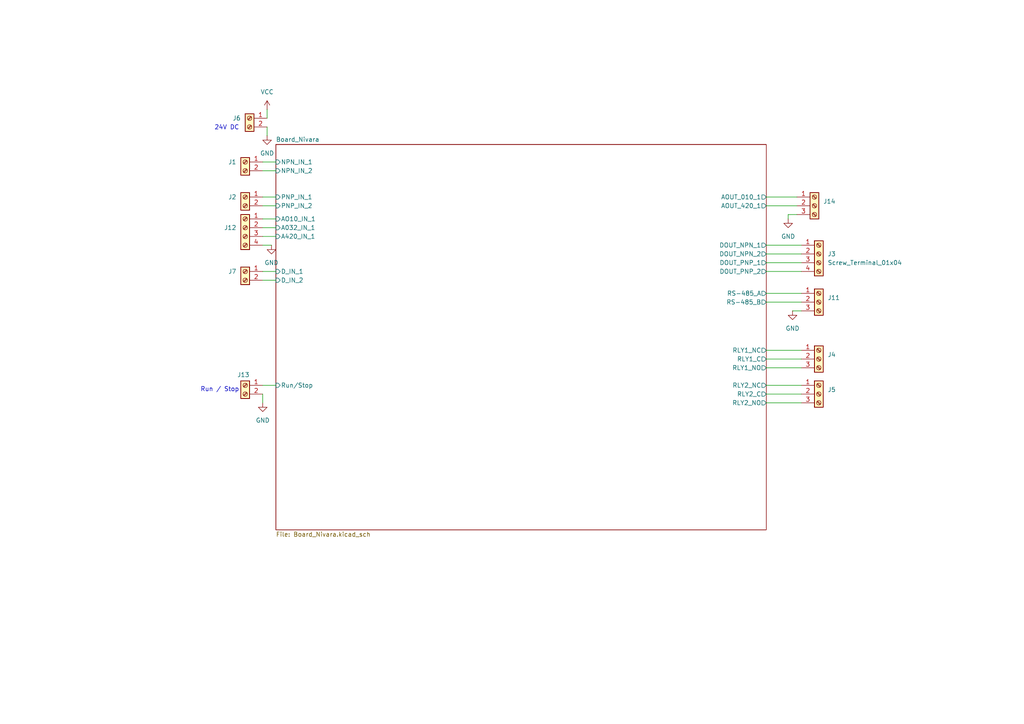
<source format=kicad_sch>
(kicad_sch
	(version 20250114)
	(generator "eeschema")
	(generator_version "9.0")
	(uuid "7b1c392c-2914-4bb0-920d-64302523a5b6")
	(paper "A4")
	(lib_symbols
		(symbol "Connector:Screw_Terminal_01x02"
			(pin_names
				(offset 1.016)
				(hide yes)
			)
			(exclude_from_sim no)
			(in_bom yes)
			(on_board yes)
			(property "Reference" "J"
				(at 0 2.54 0)
				(effects
					(font
						(size 1.27 1.27)
					)
				)
			)
			(property "Value" "Screw_Terminal_01x02"
				(at 0 -5.08 0)
				(effects
					(font
						(size 1.27 1.27)
					)
				)
			)
			(property "Footprint" ""
				(at 0 0 0)
				(effects
					(font
						(size 1.27 1.27)
					)
					(hide yes)
				)
			)
			(property "Datasheet" "~"
				(at 0 0 0)
				(effects
					(font
						(size 1.27 1.27)
					)
					(hide yes)
				)
			)
			(property "Description" "Generic screw terminal, single row, 01x02, script generated (kicad-library-utils/schlib/autogen/connector/)"
				(at 0 0 0)
				(effects
					(font
						(size 1.27 1.27)
					)
					(hide yes)
				)
			)
			(property "ki_keywords" "screw terminal"
				(at 0 0 0)
				(effects
					(font
						(size 1.27 1.27)
					)
					(hide yes)
				)
			)
			(property "ki_fp_filters" "TerminalBlock*:*"
				(at 0 0 0)
				(effects
					(font
						(size 1.27 1.27)
					)
					(hide yes)
				)
			)
			(symbol "Screw_Terminal_01x02_1_1"
				(rectangle
					(start -1.27 1.27)
					(end 1.27 -3.81)
					(stroke
						(width 0.254)
						(type default)
					)
					(fill
						(type background)
					)
				)
				(polyline
					(pts
						(xy -0.5334 0.3302) (xy 0.3302 -0.508)
					)
					(stroke
						(width 0.1524)
						(type default)
					)
					(fill
						(type none)
					)
				)
				(polyline
					(pts
						(xy -0.5334 -2.2098) (xy 0.3302 -3.048)
					)
					(stroke
						(width 0.1524)
						(type default)
					)
					(fill
						(type none)
					)
				)
				(polyline
					(pts
						(xy -0.3556 0.508) (xy 0.508 -0.3302)
					)
					(stroke
						(width 0.1524)
						(type default)
					)
					(fill
						(type none)
					)
				)
				(polyline
					(pts
						(xy -0.3556 -2.032) (xy 0.508 -2.8702)
					)
					(stroke
						(width 0.1524)
						(type default)
					)
					(fill
						(type none)
					)
				)
				(circle
					(center 0 0)
					(radius 0.635)
					(stroke
						(width 0.1524)
						(type default)
					)
					(fill
						(type none)
					)
				)
				(circle
					(center 0 -2.54)
					(radius 0.635)
					(stroke
						(width 0.1524)
						(type default)
					)
					(fill
						(type none)
					)
				)
				(pin passive line
					(at -5.08 0 0)
					(length 3.81)
					(name "Pin_1"
						(effects
							(font
								(size 1.27 1.27)
							)
						)
					)
					(number "1"
						(effects
							(font
								(size 1.27 1.27)
							)
						)
					)
				)
				(pin passive line
					(at -5.08 -2.54 0)
					(length 3.81)
					(name "Pin_2"
						(effects
							(font
								(size 1.27 1.27)
							)
						)
					)
					(number "2"
						(effects
							(font
								(size 1.27 1.27)
							)
						)
					)
				)
			)
			(embedded_fonts no)
		)
		(symbol "Connector:Screw_Terminal_01x03"
			(pin_names
				(offset 1.016)
				(hide yes)
			)
			(exclude_from_sim no)
			(in_bom yes)
			(on_board yes)
			(property "Reference" "J"
				(at 0 5.08 0)
				(effects
					(font
						(size 1.27 1.27)
					)
				)
			)
			(property "Value" "Screw_Terminal_01x03"
				(at 0 -5.08 0)
				(effects
					(font
						(size 1.27 1.27)
					)
				)
			)
			(property "Footprint" ""
				(at 0 0 0)
				(effects
					(font
						(size 1.27 1.27)
					)
					(hide yes)
				)
			)
			(property "Datasheet" "~"
				(at 0 0 0)
				(effects
					(font
						(size 1.27 1.27)
					)
					(hide yes)
				)
			)
			(property "Description" "Generic screw terminal, single row, 01x03, script generated (kicad-library-utils/schlib/autogen/connector/)"
				(at 0 0 0)
				(effects
					(font
						(size 1.27 1.27)
					)
					(hide yes)
				)
			)
			(property "ki_keywords" "screw terminal"
				(at 0 0 0)
				(effects
					(font
						(size 1.27 1.27)
					)
					(hide yes)
				)
			)
			(property "ki_fp_filters" "TerminalBlock*:*"
				(at 0 0 0)
				(effects
					(font
						(size 1.27 1.27)
					)
					(hide yes)
				)
			)
			(symbol "Screw_Terminal_01x03_1_1"
				(rectangle
					(start -1.27 3.81)
					(end 1.27 -3.81)
					(stroke
						(width 0.254)
						(type default)
					)
					(fill
						(type background)
					)
				)
				(polyline
					(pts
						(xy -0.5334 2.8702) (xy 0.3302 2.032)
					)
					(stroke
						(width 0.1524)
						(type default)
					)
					(fill
						(type none)
					)
				)
				(polyline
					(pts
						(xy -0.5334 0.3302) (xy 0.3302 -0.508)
					)
					(stroke
						(width 0.1524)
						(type default)
					)
					(fill
						(type none)
					)
				)
				(polyline
					(pts
						(xy -0.5334 -2.2098) (xy 0.3302 -3.048)
					)
					(stroke
						(width 0.1524)
						(type default)
					)
					(fill
						(type none)
					)
				)
				(polyline
					(pts
						(xy -0.3556 3.048) (xy 0.508 2.2098)
					)
					(stroke
						(width 0.1524)
						(type default)
					)
					(fill
						(type none)
					)
				)
				(polyline
					(pts
						(xy -0.3556 0.508) (xy 0.508 -0.3302)
					)
					(stroke
						(width 0.1524)
						(type default)
					)
					(fill
						(type none)
					)
				)
				(polyline
					(pts
						(xy -0.3556 -2.032) (xy 0.508 -2.8702)
					)
					(stroke
						(width 0.1524)
						(type default)
					)
					(fill
						(type none)
					)
				)
				(circle
					(center 0 2.54)
					(radius 0.635)
					(stroke
						(width 0.1524)
						(type default)
					)
					(fill
						(type none)
					)
				)
				(circle
					(center 0 0)
					(radius 0.635)
					(stroke
						(width 0.1524)
						(type default)
					)
					(fill
						(type none)
					)
				)
				(circle
					(center 0 -2.54)
					(radius 0.635)
					(stroke
						(width 0.1524)
						(type default)
					)
					(fill
						(type none)
					)
				)
				(pin passive line
					(at -5.08 2.54 0)
					(length 3.81)
					(name "Pin_1"
						(effects
							(font
								(size 1.27 1.27)
							)
						)
					)
					(number "1"
						(effects
							(font
								(size 1.27 1.27)
							)
						)
					)
				)
				(pin passive line
					(at -5.08 0 0)
					(length 3.81)
					(name "Pin_2"
						(effects
							(font
								(size 1.27 1.27)
							)
						)
					)
					(number "2"
						(effects
							(font
								(size 1.27 1.27)
							)
						)
					)
				)
				(pin passive line
					(at -5.08 -2.54 0)
					(length 3.81)
					(name "Pin_3"
						(effects
							(font
								(size 1.27 1.27)
							)
						)
					)
					(number "3"
						(effects
							(font
								(size 1.27 1.27)
							)
						)
					)
				)
			)
			(embedded_fonts no)
		)
		(symbol "Connector:Screw_Terminal_01x04"
			(pin_names
				(offset 1.016)
				(hide yes)
			)
			(exclude_from_sim no)
			(in_bom yes)
			(on_board yes)
			(property "Reference" "J"
				(at 0 5.08 0)
				(effects
					(font
						(size 1.27 1.27)
					)
				)
			)
			(property "Value" "Screw_Terminal_01x04"
				(at 0 -7.62 0)
				(effects
					(font
						(size 1.27 1.27)
					)
				)
			)
			(property "Footprint" ""
				(at 0 0 0)
				(effects
					(font
						(size 1.27 1.27)
					)
					(hide yes)
				)
			)
			(property "Datasheet" "~"
				(at 0 0 0)
				(effects
					(font
						(size 1.27 1.27)
					)
					(hide yes)
				)
			)
			(property "Description" "Generic screw terminal, single row, 01x04, script generated (kicad-library-utils/schlib/autogen/connector/)"
				(at 0 0 0)
				(effects
					(font
						(size 1.27 1.27)
					)
					(hide yes)
				)
			)
			(property "ki_keywords" "screw terminal"
				(at 0 0 0)
				(effects
					(font
						(size 1.27 1.27)
					)
					(hide yes)
				)
			)
			(property "ki_fp_filters" "TerminalBlock*:*"
				(at 0 0 0)
				(effects
					(font
						(size 1.27 1.27)
					)
					(hide yes)
				)
			)
			(symbol "Screw_Terminal_01x04_1_1"
				(rectangle
					(start -1.27 3.81)
					(end 1.27 -6.35)
					(stroke
						(width 0.254)
						(type default)
					)
					(fill
						(type background)
					)
				)
				(polyline
					(pts
						(xy -0.5334 2.8702) (xy 0.3302 2.032)
					)
					(stroke
						(width 0.1524)
						(type default)
					)
					(fill
						(type none)
					)
				)
				(polyline
					(pts
						(xy -0.5334 0.3302) (xy 0.3302 -0.508)
					)
					(stroke
						(width 0.1524)
						(type default)
					)
					(fill
						(type none)
					)
				)
				(polyline
					(pts
						(xy -0.5334 -2.2098) (xy 0.3302 -3.048)
					)
					(stroke
						(width 0.1524)
						(type default)
					)
					(fill
						(type none)
					)
				)
				(polyline
					(pts
						(xy -0.5334 -4.7498) (xy 0.3302 -5.588)
					)
					(stroke
						(width 0.1524)
						(type default)
					)
					(fill
						(type none)
					)
				)
				(polyline
					(pts
						(xy -0.3556 3.048) (xy 0.508 2.2098)
					)
					(stroke
						(width 0.1524)
						(type default)
					)
					(fill
						(type none)
					)
				)
				(polyline
					(pts
						(xy -0.3556 0.508) (xy 0.508 -0.3302)
					)
					(stroke
						(width 0.1524)
						(type default)
					)
					(fill
						(type none)
					)
				)
				(polyline
					(pts
						(xy -0.3556 -2.032) (xy 0.508 -2.8702)
					)
					(stroke
						(width 0.1524)
						(type default)
					)
					(fill
						(type none)
					)
				)
				(polyline
					(pts
						(xy -0.3556 -4.572) (xy 0.508 -5.4102)
					)
					(stroke
						(width 0.1524)
						(type default)
					)
					(fill
						(type none)
					)
				)
				(circle
					(center 0 2.54)
					(radius 0.635)
					(stroke
						(width 0.1524)
						(type default)
					)
					(fill
						(type none)
					)
				)
				(circle
					(center 0 0)
					(radius 0.635)
					(stroke
						(width 0.1524)
						(type default)
					)
					(fill
						(type none)
					)
				)
				(circle
					(center 0 -2.54)
					(radius 0.635)
					(stroke
						(width 0.1524)
						(type default)
					)
					(fill
						(type none)
					)
				)
				(circle
					(center 0 -5.08)
					(radius 0.635)
					(stroke
						(width 0.1524)
						(type default)
					)
					(fill
						(type none)
					)
				)
				(pin passive line
					(at -5.08 2.54 0)
					(length 3.81)
					(name "Pin_1"
						(effects
							(font
								(size 1.27 1.27)
							)
						)
					)
					(number "1"
						(effects
							(font
								(size 1.27 1.27)
							)
						)
					)
				)
				(pin passive line
					(at -5.08 0 0)
					(length 3.81)
					(name "Pin_2"
						(effects
							(font
								(size 1.27 1.27)
							)
						)
					)
					(number "2"
						(effects
							(font
								(size 1.27 1.27)
							)
						)
					)
				)
				(pin passive line
					(at -5.08 -2.54 0)
					(length 3.81)
					(name "Pin_3"
						(effects
							(font
								(size 1.27 1.27)
							)
						)
					)
					(number "3"
						(effects
							(font
								(size 1.27 1.27)
							)
						)
					)
				)
				(pin passive line
					(at -5.08 -5.08 0)
					(length 3.81)
					(name "Pin_4"
						(effects
							(font
								(size 1.27 1.27)
							)
						)
					)
					(number "4"
						(effects
							(font
								(size 1.27 1.27)
							)
						)
					)
				)
			)
			(embedded_fonts no)
		)
		(symbol "Screw_Terminal_01x03_2"
			(pin_names
				(offset 1.016)
				(hide yes)
			)
			(exclude_from_sim no)
			(in_bom yes)
			(on_board yes)
			(property "Reference" "J"
				(at 0 5.08 0)
				(effects
					(font
						(size 1.27 1.27)
					)
				)
			)
			(property "Value" "Screw_Terminal_01x03"
				(at 0 -5.08 0)
				(effects
					(font
						(size 1.27 1.27)
					)
				)
			)
			(property "Footprint" ""
				(at 0 0 0)
				(effects
					(font
						(size 1.27 1.27)
					)
					(hide yes)
				)
			)
			(property "Datasheet" "~"
				(at 0 0 0)
				(effects
					(font
						(size 1.27 1.27)
					)
					(hide yes)
				)
			)
			(property "Description" "Generic screw terminal, single row, 01x03, script generated (kicad-library-utils/schlib/autogen/connector/)"
				(at 0 0 0)
				(effects
					(font
						(size 1.27 1.27)
					)
					(hide yes)
				)
			)
			(property "ki_keywords" "screw terminal"
				(at 0 0 0)
				(effects
					(font
						(size 1.27 1.27)
					)
					(hide yes)
				)
			)
			(property "ki_fp_filters" "TerminalBlock*:*"
				(at 0 0 0)
				(effects
					(font
						(size 1.27 1.27)
					)
					(hide yes)
				)
			)
			(symbol "Screw_Terminal_01x03_2_1_1"
				(rectangle
					(start -1.27 3.81)
					(end 1.27 -3.81)
					(stroke
						(width 0.254)
						(type default)
					)
					(fill
						(type background)
					)
				)
				(polyline
					(pts
						(xy -0.5334 2.8702) (xy 0.3302 2.032)
					)
					(stroke
						(width 0.1524)
						(type default)
					)
					(fill
						(type none)
					)
				)
				(polyline
					(pts
						(xy -0.5334 0.3302) (xy 0.3302 -0.508)
					)
					(stroke
						(width 0.1524)
						(type default)
					)
					(fill
						(type none)
					)
				)
				(polyline
					(pts
						(xy -0.5334 -2.2098) (xy 0.3302 -3.048)
					)
					(stroke
						(width 0.1524)
						(type default)
					)
					(fill
						(type none)
					)
				)
				(polyline
					(pts
						(xy -0.3556 3.048) (xy 0.508 2.2098)
					)
					(stroke
						(width 0.1524)
						(type default)
					)
					(fill
						(type none)
					)
				)
				(polyline
					(pts
						(xy -0.3556 0.508) (xy 0.508 -0.3302)
					)
					(stroke
						(width 0.1524)
						(type default)
					)
					(fill
						(type none)
					)
				)
				(polyline
					(pts
						(xy -0.3556 -2.032) (xy 0.508 -2.8702)
					)
					(stroke
						(width 0.1524)
						(type default)
					)
					(fill
						(type none)
					)
				)
				(circle
					(center 0 2.54)
					(radius 0.635)
					(stroke
						(width 0.1524)
						(type default)
					)
					(fill
						(type none)
					)
				)
				(circle
					(center 0 0)
					(radius 0.635)
					(stroke
						(width 0.1524)
						(type default)
					)
					(fill
						(type none)
					)
				)
				(circle
					(center 0 -2.54)
					(radius 0.635)
					(stroke
						(width 0.1524)
						(type default)
					)
					(fill
						(type none)
					)
				)
				(pin passive line
					(at -5.08 2.54 0)
					(length 3.81)
					(name "Pin_1"
						(effects
							(font
								(size 1.27 1.27)
							)
						)
					)
					(number "1"
						(effects
							(font
								(size 1.27 1.27)
							)
						)
					)
				)
				(pin passive line
					(at -5.08 0 0)
					(length 3.81)
					(name "Pin_2"
						(effects
							(font
								(size 1.27 1.27)
							)
						)
					)
					(number "2"
						(effects
							(font
								(size 1.27 1.27)
							)
						)
					)
				)
				(pin passive line
					(at -5.08 -2.54 0)
					(length 3.81)
					(name "Pin_3"
						(effects
							(font
								(size 1.27 1.27)
							)
						)
					)
					(number "3"
						(effects
							(font
								(size 1.27 1.27)
							)
						)
					)
				)
			)
			(embedded_fonts no)
		)
		(symbol "power:GND"
			(power)
			(pin_numbers
				(hide yes)
			)
			(pin_names
				(offset 0)
				(hide yes)
			)
			(exclude_from_sim no)
			(in_bom yes)
			(on_board yes)
			(property "Reference" "#PWR"
				(at 0 -6.35 0)
				(effects
					(font
						(size 1.27 1.27)
					)
					(hide yes)
				)
			)
			(property "Value" "GND"
				(at 0 -3.81 0)
				(effects
					(font
						(size 1.27 1.27)
					)
				)
			)
			(property "Footprint" ""
				(at 0 0 0)
				(effects
					(font
						(size 1.27 1.27)
					)
					(hide yes)
				)
			)
			(property "Datasheet" ""
				(at 0 0 0)
				(effects
					(font
						(size 1.27 1.27)
					)
					(hide yes)
				)
			)
			(property "Description" "Power symbol creates a global label with name \"GND\" , ground"
				(at 0 0 0)
				(effects
					(font
						(size 1.27 1.27)
					)
					(hide yes)
				)
			)
			(property "ki_keywords" "global power"
				(at 0 0 0)
				(effects
					(font
						(size 1.27 1.27)
					)
					(hide yes)
				)
			)
			(symbol "GND_0_1"
				(polyline
					(pts
						(xy 0 0) (xy 0 -1.27) (xy 1.27 -1.27) (xy 0 -2.54) (xy -1.27 -1.27) (xy 0 -1.27)
					)
					(stroke
						(width 0)
						(type default)
					)
					(fill
						(type none)
					)
				)
			)
			(symbol "GND_1_1"
				(pin power_in line
					(at 0 0 270)
					(length 0)
					(name "~"
						(effects
							(font
								(size 1.27 1.27)
							)
						)
					)
					(number "1"
						(effects
							(font
								(size 1.27 1.27)
							)
						)
					)
				)
			)
			(embedded_fonts no)
		)
		(symbol "power:VCC"
			(power)
			(pin_numbers
				(hide yes)
			)
			(pin_names
				(offset 0)
				(hide yes)
			)
			(exclude_from_sim no)
			(in_bom yes)
			(on_board yes)
			(property "Reference" "#PWR"
				(at 0 -3.81 0)
				(effects
					(font
						(size 1.27 1.27)
					)
					(hide yes)
				)
			)
			(property "Value" "VCC"
				(at 0 3.556 0)
				(effects
					(font
						(size 1.27 1.27)
					)
				)
			)
			(property "Footprint" ""
				(at 0 0 0)
				(effects
					(font
						(size 1.27 1.27)
					)
					(hide yes)
				)
			)
			(property "Datasheet" ""
				(at 0 0 0)
				(effects
					(font
						(size 1.27 1.27)
					)
					(hide yes)
				)
			)
			(property "Description" "Power symbol creates a global label with name \"VCC\""
				(at 0 0 0)
				(effects
					(font
						(size 1.27 1.27)
					)
					(hide yes)
				)
			)
			(property "ki_keywords" "global power"
				(at 0 0 0)
				(effects
					(font
						(size 1.27 1.27)
					)
					(hide yes)
				)
			)
			(symbol "VCC_0_1"
				(polyline
					(pts
						(xy -0.762 1.27) (xy 0 2.54)
					)
					(stroke
						(width 0)
						(type default)
					)
					(fill
						(type none)
					)
				)
				(polyline
					(pts
						(xy 0 2.54) (xy 0.762 1.27)
					)
					(stroke
						(width 0)
						(type default)
					)
					(fill
						(type none)
					)
				)
				(polyline
					(pts
						(xy 0 0) (xy 0 2.54)
					)
					(stroke
						(width 0)
						(type default)
					)
					(fill
						(type none)
					)
				)
			)
			(symbol "VCC_1_1"
				(pin power_in line
					(at 0 0 90)
					(length 0)
					(name "~"
						(effects
							(font
								(size 1.27 1.27)
							)
						)
					)
					(number "1"
						(effects
							(font
								(size 1.27 1.27)
							)
						)
					)
				)
			)
			(embedded_fonts no)
		)
	)
	(text "Run / Stop"
		(exclude_from_sim no)
		(at 63.754 113.03 0)
		(effects
			(font
				(size 1.27 1.27)
			)
		)
		(uuid "02b7031f-3ca0-416a-836a-2b6b925d7537")
	)
	(text "24V DC"
		(exclude_from_sim no)
		(at 65.786 37.084 0)
		(effects
			(font
				(size 1.27 1.27)
			)
		)
		(uuid "4244900b-5a1b-4bb9-b380-dd440268c7a8")
	)
	(wire
		(pts
			(xy 76.2 111.76) (xy 80.01 111.76)
		)
		(stroke
			(width 0)
			(type default)
		)
		(uuid "016d6b00-701c-4a21-919b-a0ac278e7c01")
	)
	(wire
		(pts
			(xy 222.25 85.09) (xy 232.41 85.09)
		)
		(stroke
			(width 0)
			(type default)
		)
		(uuid "036e15fe-6b01-4926-9201-bcb103658278")
	)
	(wire
		(pts
			(xy 222.25 104.14) (xy 232.41 104.14)
		)
		(stroke
			(width 0)
			(type default)
		)
		(uuid "072b210a-f2ff-4a02-891f-7d3a3253fa6b")
	)
	(wire
		(pts
			(xy 76.2 68.58) (xy 80.01 68.58)
		)
		(stroke
			(width 0)
			(type default)
		)
		(uuid "0c2cd54d-4242-40e9-bcec-bf8fa8f5c1b2")
	)
	(wire
		(pts
			(xy 76.2 49.53) (xy 80.01 49.53)
		)
		(stroke
			(width 0)
			(type default)
		)
		(uuid "1dc41ee5-6c4d-4741-80d1-9428c108309d")
	)
	(wire
		(pts
			(xy 76.2 81.28) (xy 80.01 81.28)
		)
		(stroke
			(width 0)
			(type default)
		)
		(uuid "1dde6061-c74f-4022-81f4-7558e7d149cb")
	)
	(wire
		(pts
			(xy 222.25 111.76) (xy 232.41 111.76)
		)
		(stroke
			(width 0)
			(type default)
		)
		(uuid "2a105862-7169-402c-a6d0-ef5eb9b33ce5")
	)
	(wire
		(pts
			(xy 76.2 71.12) (xy 78.74 71.12)
		)
		(stroke
			(width 0)
			(type default)
		)
		(uuid "2c6d9a1d-82d5-4812-9481-49062af821bc")
	)
	(wire
		(pts
			(xy 222.25 71.12) (xy 232.41 71.12)
		)
		(stroke
			(width 0)
			(type default)
		)
		(uuid "344e69ee-e8ca-4021-8b22-3324c61025c2")
	)
	(wire
		(pts
			(xy 76.2 66.04) (xy 80.01 66.04)
		)
		(stroke
			(width 0)
			(type default)
		)
		(uuid "3e9eb6b9-4c9c-4d52-bdb4-51c78f1999ff")
	)
	(wire
		(pts
			(xy 222.25 78.74) (xy 232.41 78.74)
		)
		(stroke
			(width 0)
			(type default)
		)
		(uuid "3f117277-62fd-45f2-a273-ed124cf67225")
	)
	(wire
		(pts
			(xy 76.2 114.3) (xy 76.2 116.84)
		)
		(stroke
			(width 0)
			(type default)
		)
		(uuid "4106b4c4-f037-4b59-bf90-12f908099d8a")
	)
	(wire
		(pts
			(xy 229.87 90.17) (xy 232.41 90.17)
		)
		(stroke
			(width 0)
			(type default)
		)
		(uuid "557a3721-2f22-4e68-ac4e-183ff6cf957b")
	)
	(wire
		(pts
			(xy 222.25 114.3) (xy 232.41 114.3)
		)
		(stroke
			(width 0)
			(type default)
		)
		(uuid "5f530c53-997b-40c9-8b97-fc737ec8c884")
	)
	(wire
		(pts
			(xy 76.2 59.69) (xy 80.01 59.69)
		)
		(stroke
			(width 0)
			(type default)
		)
		(uuid "67c49f70-f4a5-452c-9ee6-4e092059e112")
	)
	(wire
		(pts
			(xy 77.47 31.75) (xy 77.47 34.29)
		)
		(stroke
			(width 0)
			(type default)
		)
		(uuid "6f096c6f-a357-43a1-88d8-b36c832165f9")
	)
	(wire
		(pts
			(xy 222.25 87.63) (xy 232.41 87.63)
		)
		(stroke
			(width 0)
			(type default)
		)
		(uuid "754447c0-231f-460c-b1fc-cc877bfd6470")
	)
	(wire
		(pts
			(xy 222.25 73.66) (xy 232.41 73.66)
		)
		(stroke
			(width 0)
			(type default)
		)
		(uuid "8bfcd6f7-777e-4720-84ca-7c28c0aec4a4")
	)
	(wire
		(pts
			(xy 222.25 76.2) (xy 232.41 76.2)
		)
		(stroke
			(width 0)
			(type default)
		)
		(uuid "9cef1518-e796-467d-8198-6a42eec379b0")
	)
	(wire
		(pts
			(xy 231.14 62.23) (xy 228.6 62.23)
		)
		(stroke
			(width 0)
			(type default)
		)
		(uuid "a0ca78cd-3cf2-4f86-b15b-a59e5a3e915c")
	)
	(wire
		(pts
			(xy 228.6 62.23) (xy 228.6 63.5)
		)
		(stroke
			(width 0)
			(type default)
		)
		(uuid "a7b57571-e49a-4edf-a570-6c485ef77423")
	)
	(wire
		(pts
			(xy 222.25 59.69) (xy 231.14 59.69)
		)
		(stroke
			(width 0)
			(type default)
		)
		(uuid "b0f73f9f-f6ef-462f-a521-b09ba0e13950")
	)
	(wire
		(pts
			(xy 76.2 57.15) (xy 80.01 57.15)
		)
		(stroke
			(width 0)
			(type default)
		)
		(uuid "b14ddfef-458c-4efb-bff9-984a15050eba")
	)
	(wire
		(pts
			(xy 76.2 46.99) (xy 80.01 46.99)
		)
		(stroke
			(width 0)
			(type default)
		)
		(uuid "b7c807fc-5688-44de-866c-d3c3b4d3e4e6")
	)
	(wire
		(pts
			(xy 77.47 36.83) (xy 77.47 39.37)
		)
		(stroke
			(width 0)
			(type default)
		)
		(uuid "bc464afa-1b28-47eb-92ec-6712c80d8760")
	)
	(wire
		(pts
			(xy 222.25 116.84) (xy 232.41 116.84)
		)
		(stroke
			(width 0)
			(type default)
		)
		(uuid "c236469c-450e-4b7d-a65b-a434338d58cd")
	)
	(wire
		(pts
			(xy 76.2 63.5) (xy 80.01 63.5)
		)
		(stroke
			(width 0)
			(type default)
		)
		(uuid "c9be947c-8827-4269-aa54-bfb7be18d324")
	)
	(wire
		(pts
			(xy 76.2 78.74) (xy 80.01 78.74)
		)
		(stroke
			(width 0)
			(type default)
		)
		(uuid "cdabcd5a-d0f2-4bf6-bb62-e6d43b82d2ea")
	)
	(wire
		(pts
			(xy 222.25 101.6) (xy 232.41 101.6)
		)
		(stroke
			(width 0)
			(type default)
		)
		(uuid "cfdb4905-ca3b-4679-9568-641413d014ee")
	)
	(wire
		(pts
			(xy 222.25 106.68) (xy 232.41 106.68)
		)
		(stroke
			(width 0)
			(type default)
		)
		(uuid "de7b2af2-e2a7-4191-aeeb-1c77c2ee869f")
	)
	(wire
		(pts
			(xy 222.25 57.15) (xy 231.14 57.15)
		)
		(stroke
			(width 0)
			(type default)
		)
		(uuid "e9d883e2-556d-44f8-b5b0-4f22a213a48e")
	)
	(symbol
		(lib_id "power:VCC")
		(at 77.47 31.75 0)
		(unit 1)
		(exclude_from_sim no)
		(in_bom yes)
		(on_board yes)
		(dnp no)
		(fields_autoplaced yes)
		(uuid "24ca1171-9323-499f-b7fe-8b9e738bb2a3")
		(property "Reference" "#PWR07"
			(at 77.47 35.56 0)
			(effects
				(font
					(size 1.27 1.27)
				)
				(hide yes)
			)
		)
		(property "Value" "VCC"
			(at 77.47 26.67 0)
			(effects
				(font
					(size 1.27 1.27)
				)
			)
		)
		(property "Footprint" ""
			(at 77.47 31.75 0)
			(effects
				(font
					(size 1.27 1.27)
				)
				(hide yes)
			)
		)
		(property "Datasheet" ""
			(at 77.47 31.75 0)
			(effects
				(font
					(size 1.27 1.27)
				)
				(hide yes)
			)
		)
		(property "Description" "Power symbol creates a global label with name \"VCC\""
			(at 77.47 31.75 0)
			(effects
				(font
					(size 1.27 1.27)
				)
				(hide yes)
			)
		)
		(pin "1"
			(uuid "5a765d28-04ef-4556-857f-9950f3f7dd2e")
		)
		(instances
			(project ""
				(path "/7b1c392c-2914-4bb0-920d-64302523a5b6"
					(reference "#PWR07")
					(unit 1)
				)
			)
		)
	)
	(symbol
		(lib_id "power:GND")
		(at 76.2 116.84 0)
		(unit 1)
		(exclude_from_sim no)
		(in_bom yes)
		(on_board yes)
		(dnp no)
		(fields_autoplaced yes)
		(uuid "2a850121-a8c4-4fc1-8697-adaf361200ab")
		(property "Reference" "#PWR04"
			(at 76.2 123.19 0)
			(effects
				(font
					(size 1.27 1.27)
				)
				(hide yes)
			)
		)
		(property "Value" "GND"
			(at 76.2 121.92 0)
			(effects
				(font
					(size 1.27 1.27)
				)
			)
		)
		(property "Footprint" ""
			(at 76.2 116.84 0)
			(effects
				(font
					(size 1.27 1.27)
				)
				(hide yes)
			)
		)
		(property "Datasheet" ""
			(at 76.2 116.84 0)
			(effects
				(font
					(size 1.27 1.27)
				)
				(hide yes)
			)
		)
		(property "Description" "Power symbol creates a global label with name \"GND\" , ground"
			(at 76.2 116.84 0)
			(effects
				(font
					(size 1.27 1.27)
				)
				(hide yes)
			)
		)
		(pin "1"
			(uuid "56368a2f-3f36-4621-9541-9cb32d329ca4")
		)
		(instances
			(project ""
				(path "/7b1c392c-2914-4bb0-920d-64302523a5b6"
					(reference "#PWR04")
					(unit 1)
				)
			)
		)
	)
	(symbol
		(lib_id "Connector:Screw_Terminal_01x03")
		(at 236.22 59.69 0)
		(unit 1)
		(exclude_from_sim no)
		(in_bom yes)
		(on_board yes)
		(dnp no)
		(uuid "3b4b7fcc-08f9-4608-b690-59a52b66faff")
		(property "Reference" "J14"
			(at 238.76 58.4199 0)
			(effects
				(font
					(size 1.27 1.27)
				)
				(justify left)
			)
		)
		(property "Value" "Screw_Terminal_01x03"
			(at 238.76 60.9599 0)
			(effects
				(font
					(size 1.27 1.27)
				)
				(justify left)
				(hide yes)
			)
		)
		(property "Footprint" ""
			(at 236.22 59.69 0)
			(effects
				(font
					(size 1.27 1.27)
				)
				(hide yes)
			)
		)
		(property "Datasheet" "~"
			(at 236.22 59.69 0)
			(effects
				(font
					(size 1.27 1.27)
				)
				(hide yes)
			)
		)
		(property "Description" "Generic screw terminal, single row, 01x03, script generated (kicad-library-utils/schlib/autogen/connector/)"
			(at 236.22 59.69 0)
			(effects
				(font
					(size 1.27 1.27)
				)
				(hide yes)
			)
		)
		(pin "2"
			(uuid "b600c422-5f77-4879-afbf-49075888f12b")
		)
		(pin "3"
			(uuid "b50a0a0a-de86-4441-8b3b-537ebe15f1bd")
		)
		(pin "1"
			(uuid "b1a343cc-4e07-49d7-81eb-d8b3b931fd50")
		)
		(instances
			(project "Tarea 4"
				(path "/7b1c392c-2914-4bb0-920d-64302523a5b6"
					(reference "J14")
					(unit 1)
				)
			)
		)
	)
	(symbol
		(lib_id "Connector:Screw_Terminal_01x02")
		(at 71.12 46.99 0)
		(mirror y)
		(unit 1)
		(exclude_from_sim no)
		(in_bom yes)
		(on_board yes)
		(dnp no)
		(uuid "3d35fa3c-b3fa-43f0-9e7a-6d72fcecc6e4")
		(property "Reference" "J1"
			(at 68.58 46.9899 0)
			(effects
				(font
					(size 1.27 1.27)
				)
				(justify left)
			)
		)
		(property "Value" "Screw_Terminal_01x02"
			(at 68.58 49.5299 0)
			(effects
				(font
					(size 1.27 1.27)
				)
				(justify left)
				(hide yes)
			)
		)
		(property "Footprint" ""
			(at 71.12 46.99 0)
			(effects
				(font
					(size 1.27 1.27)
				)
				(hide yes)
			)
		)
		(property "Datasheet" "~"
			(at 71.12 46.99 0)
			(effects
				(font
					(size 1.27 1.27)
				)
				(hide yes)
			)
		)
		(property "Description" "Generic screw terminal, single row, 01x02, script generated (kicad-library-utils/schlib/autogen/connector/)"
			(at 71.12 46.99 0)
			(effects
				(font
					(size 1.27 1.27)
				)
				(hide yes)
			)
		)
		(pin "1"
			(uuid "e93da495-6713-45c3-91ce-edbd96d62c39")
		)
		(pin "2"
			(uuid "2cdcd98d-7a4f-4afc-8552-625c88681890")
		)
		(instances
			(project ""
				(path "/7b1c392c-2914-4bb0-920d-64302523a5b6"
					(reference "J1")
					(unit 1)
				)
			)
		)
	)
	(symbol
		(lib_id "power:GND")
		(at 229.87 90.17 0)
		(unit 1)
		(exclude_from_sim no)
		(in_bom yes)
		(on_board yes)
		(dnp no)
		(fields_autoplaced yes)
		(uuid "59d12819-7bcd-4f37-b274-12394aedb85f")
		(property "Reference" "#PWR02"
			(at 229.87 96.52 0)
			(effects
				(font
					(size 1.27 1.27)
				)
				(hide yes)
			)
		)
		(property "Value" "GND"
			(at 229.87 95.25 0)
			(effects
				(font
					(size 1.27 1.27)
				)
			)
		)
		(property "Footprint" ""
			(at 229.87 90.17 0)
			(effects
				(font
					(size 1.27 1.27)
				)
				(hide yes)
			)
		)
		(property "Datasheet" ""
			(at 229.87 90.17 0)
			(effects
				(font
					(size 1.27 1.27)
				)
				(hide yes)
			)
		)
		(property "Description" "Power symbol creates a global label with name \"GND\" , ground"
			(at 229.87 90.17 0)
			(effects
				(font
					(size 1.27 1.27)
				)
				(hide yes)
			)
		)
		(pin "1"
			(uuid "9844d6f0-b56d-4a90-9c42-01cf2af0238e")
		)
		(instances
			(project ""
				(path "/7b1c392c-2914-4bb0-920d-64302523a5b6"
					(reference "#PWR02")
					(unit 1)
				)
			)
		)
	)
	(symbol
		(lib_id "power:GND")
		(at 77.47 39.37 0)
		(unit 1)
		(exclude_from_sim no)
		(in_bom yes)
		(on_board yes)
		(dnp no)
		(fields_autoplaced yes)
		(uuid "642c21ae-d50e-4a91-9c2f-950c586d0479")
		(property "Reference" "#PWR06"
			(at 77.47 45.72 0)
			(effects
				(font
					(size 1.27 1.27)
				)
				(hide yes)
			)
		)
		(property "Value" "GND"
			(at 77.47 44.45 0)
			(effects
				(font
					(size 1.27 1.27)
				)
			)
		)
		(property "Footprint" ""
			(at 77.47 39.37 0)
			(effects
				(font
					(size 1.27 1.27)
				)
				(hide yes)
			)
		)
		(property "Datasheet" ""
			(at 77.47 39.37 0)
			(effects
				(font
					(size 1.27 1.27)
				)
				(hide yes)
			)
		)
		(property "Description" "Power symbol creates a global label with name \"GND\" , ground"
			(at 77.47 39.37 0)
			(effects
				(font
					(size 1.27 1.27)
				)
				(hide yes)
			)
		)
		(pin "1"
			(uuid "c384c63b-b73e-43f0-9480-c0abf386a726")
		)
		(instances
			(project ""
				(path "/7b1c392c-2914-4bb0-920d-64302523a5b6"
					(reference "#PWR06")
					(unit 1)
				)
			)
		)
	)
	(symbol
		(lib_id "Connector:Screw_Terminal_01x04")
		(at 237.49 73.66 0)
		(unit 1)
		(exclude_from_sim no)
		(in_bom yes)
		(on_board yes)
		(dnp no)
		(fields_autoplaced yes)
		(uuid "64d7e19d-aa29-412a-ab7e-8a8b27d1d8a6")
		(property "Reference" "J3"
			(at 240.03 73.6599 0)
			(effects
				(font
					(size 1.27 1.27)
				)
				(justify left)
			)
		)
		(property "Value" "Screw_Terminal_01x04"
			(at 240.03 76.1999 0)
			(effects
				(font
					(size 1.27 1.27)
				)
				(justify left)
			)
		)
		(property "Footprint" ""
			(at 237.49 73.66 0)
			(effects
				(font
					(size 1.27 1.27)
				)
				(hide yes)
			)
		)
		(property "Datasheet" "~"
			(at 237.49 73.66 0)
			(effects
				(font
					(size 1.27 1.27)
				)
				(hide yes)
			)
		)
		(property "Description" "Generic screw terminal, single row, 01x04, script generated (kicad-library-utils/schlib/autogen/connector/)"
			(at 237.49 73.66 0)
			(effects
				(font
					(size 1.27 1.27)
				)
				(hide yes)
			)
		)
		(pin "4"
			(uuid "9b9cf16f-0a5a-4bd9-b498-b105523a3cf5")
		)
		(pin "1"
			(uuid "707def12-5443-4d55-89a4-9ec1059e5289")
		)
		(pin "2"
			(uuid "1f7697fc-5523-4da0-afed-1c7f34e00797")
		)
		(pin "3"
			(uuid "def9a377-c079-48a4-b067-923ba89dab85")
		)
		(instances
			(project ""
				(path "/7b1c392c-2914-4bb0-920d-64302523a5b6"
					(reference "J3")
					(unit 1)
				)
			)
		)
	)
	(symbol
		(lib_id "Connector:Screw_Terminal_01x03")
		(at 237.49 87.63 0)
		(unit 1)
		(exclude_from_sim no)
		(in_bom yes)
		(on_board yes)
		(dnp no)
		(uuid "6e9725b4-1242-4208-a0cb-71c336bc4d1f")
		(property "Reference" "J11"
			(at 240.03 86.3599 0)
			(effects
				(font
					(size 1.27 1.27)
				)
				(justify left)
			)
		)
		(property "Value" "Screw_Terminal_01x03"
			(at 240.03 88.8999 0)
			(effects
				(font
					(size 1.27 1.27)
				)
				(justify left)
				(hide yes)
			)
		)
		(property "Footprint" ""
			(at 237.49 87.63 0)
			(effects
				(font
					(size 1.27 1.27)
				)
				(hide yes)
			)
		)
		(property "Datasheet" "~"
			(at 237.49 87.63 0)
			(effects
				(font
					(size 1.27 1.27)
				)
				(hide yes)
			)
		)
		(property "Description" "Generic screw terminal, single row, 01x03, script generated (kicad-library-utils/schlib/autogen/connector/)"
			(at 237.49 87.63 0)
			(effects
				(font
					(size 1.27 1.27)
				)
				(hide yes)
			)
		)
		(pin "2"
			(uuid "13903744-a13c-4329-9ed9-e93545f32048")
		)
		(pin "3"
			(uuid "df0cb885-2994-41c9-aa1e-c536ba470754")
		)
		(pin "1"
			(uuid "a469b345-9c74-4f66-9b3f-f5129a808590")
		)
		(instances
			(project "Tarea 4"
				(path "/7b1c392c-2914-4bb0-920d-64302523a5b6"
					(reference "J11")
					(unit 1)
				)
			)
		)
	)
	(symbol
		(lib_id "Connector:Screw_Terminal_01x04")
		(at 71.12 66.04 0)
		(mirror y)
		(unit 1)
		(exclude_from_sim no)
		(in_bom yes)
		(on_board yes)
		(dnp no)
		(uuid "7472485c-037c-40d4-8373-6f39cac0e8ad")
		(property "Reference" "J12"
			(at 68.58 66.0399 0)
			(effects
				(font
					(size 1.27 1.27)
				)
				(justify left)
			)
		)
		(property "Value" "Screw_Terminal_01x04"
			(at 68.58 68.5799 0)
			(effects
				(font
					(size 1.27 1.27)
				)
				(justify left)
				(hide yes)
			)
		)
		(property "Footprint" ""
			(at 71.12 66.04 0)
			(effects
				(font
					(size 1.27 1.27)
				)
				(hide yes)
			)
		)
		(property "Datasheet" "~"
			(at 71.12 66.04 0)
			(effects
				(font
					(size 1.27 1.27)
				)
				(hide yes)
			)
		)
		(property "Description" "Generic screw terminal, single row, 01x04, script generated (kicad-library-utils/schlib/autogen/connector/)"
			(at 71.12 66.04 0)
			(effects
				(font
					(size 1.27 1.27)
				)
				(hide yes)
			)
		)
		(pin "3"
			(uuid "6ff7c7be-085e-45c6-a360-45c59054d918")
		)
		(pin "1"
			(uuid "14b1580c-ae6e-456a-8ce3-c5a5c259c3d4")
		)
		(pin "2"
			(uuid "dbe999c5-ece7-48dc-9ad7-399b0cb6f101")
		)
		(pin "4"
			(uuid "ad0fa516-6ca9-40af-879b-276107b57a47")
		)
		(instances
			(project ""
				(path "/7b1c392c-2914-4bb0-920d-64302523a5b6"
					(reference "J12")
					(unit 1)
				)
			)
		)
	)
	(symbol
		(lib_name "Screw_Terminal_01x03_2")
		(lib_id "Connector:Screw_Terminal_01x03")
		(at 237.49 114.3 0)
		(unit 1)
		(exclude_from_sim no)
		(in_bom yes)
		(on_board yes)
		(dnp no)
		(fields_autoplaced yes)
		(uuid "760cca8e-5522-43f7-8ae3-15df28b9d324")
		(property "Reference" "J5"
			(at 240.03 113.0299 0)
			(effects
				(font
					(size 1.27 1.27)
				)
				(justify left)
			)
		)
		(property "Value" "Screw_Terminal_01x03"
			(at 240.03 115.5699 0)
			(effects
				(font
					(size 1.27 1.27)
				)
				(justify left)
				(hide yes)
			)
		)
		(property "Footprint" ""
			(at 237.49 114.3 0)
			(effects
				(font
					(size 1.27 1.27)
				)
				(hide yes)
			)
		)
		(property "Datasheet" "~"
			(at 237.49 114.3 0)
			(effects
				(font
					(size 1.27 1.27)
				)
				(hide yes)
			)
		)
		(property "Description" "Generic screw terminal, single row, 01x03, script generated (kicad-library-utils/schlib/autogen/connector/)"
			(at 237.49 114.3 0)
			(effects
				(font
					(size 1.27 1.27)
				)
				(hide yes)
			)
		)
		(pin "1"
			(uuid "ee9ae41f-017d-48a2-879e-0aba29e04a13")
		)
		(pin "2"
			(uuid "1bf26760-ad52-4f83-84aa-1caac489d7c2")
		)
		(pin "3"
			(uuid "62c0ddae-8bfe-4bfd-8e50-4b1f7aed6762")
		)
		(instances
			(project ""
				(path "/7b1c392c-2914-4bb0-920d-64302523a5b6"
					(reference "J5")
					(unit 1)
				)
			)
		)
	)
	(symbol
		(lib_id "Connector:Screw_Terminal_01x03")
		(at 237.49 104.14 0)
		(unit 1)
		(exclude_from_sim no)
		(in_bom yes)
		(on_board yes)
		(dnp no)
		(uuid "947396ab-d6ce-4b39-8c92-6c81e9737b36")
		(property "Reference" "J4"
			(at 240.03 102.8699 0)
			(effects
				(font
					(size 1.27 1.27)
				)
				(justify left)
			)
		)
		(property "Value" "Screw_Terminal_01x03"
			(at 240.03 105.4099 0)
			(effects
				(font
					(size 1.27 1.27)
				)
				(justify left)
				(hide yes)
			)
		)
		(property "Footprint" ""
			(at 237.49 104.14 0)
			(effects
				(font
					(size 1.27 1.27)
				)
				(hide yes)
			)
		)
		(property "Datasheet" "~"
			(at 237.49 104.14 0)
			(effects
				(font
					(size 1.27 1.27)
				)
				(hide yes)
			)
		)
		(property "Description" "Generic screw terminal, single row, 01x03, script generated (kicad-library-utils/schlib/autogen/connector/)"
			(at 237.49 104.14 0)
			(effects
				(font
					(size 1.27 1.27)
				)
				(hide yes)
			)
		)
		(pin "2"
			(uuid "fa688134-bfab-415a-98ec-69959fc8fada")
		)
		(pin "3"
			(uuid "c01751d8-85d6-4f16-b6cb-3fd3e94f9b1e")
		)
		(pin "1"
			(uuid "e48a172a-cedf-4bf3-a693-53f9707c2468")
		)
		(instances
			(project ""
				(path "/7b1c392c-2914-4bb0-920d-64302523a5b6"
					(reference "J4")
					(unit 1)
				)
			)
		)
	)
	(symbol
		(lib_id "power:GND")
		(at 78.74 71.12 0)
		(unit 1)
		(exclude_from_sim no)
		(in_bom yes)
		(on_board yes)
		(dnp no)
		(fields_autoplaced yes)
		(uuid "cb3b3e90-e532-400b-808d-7651b588df72")
		(property "Reference" "#PWR03"
			(at 78.74 77.47 0)
			(effects
				(font
					(size 1.27 1.27)
				)
				(hide yes)
			)
		)
		(property "Value" "GND"
			(at 78.74 76.2 0)
			(effects
				(font
					(size 1.27 1.27)
				)
			)
		)
		(property "Footprint" ""
			(at 78.74 71.12 0)
			(effects
				(font
					(size 1.27 1.27)
				)
				(hide yes)
			)
		)
		(property "Datasheet" ""
			(at 78.74 71.12 0)
			(effects
				(font
					(size 1.27 1.27)
				)
				(hide yes)
			)
		)
		(property "Description" "Power symbol creates a global label with name \"GND\" , ground"
			(at 78.74 71.12 0)
			(effects
				(font
					(size 1.27 1.27)
				)
				(hide yes)
			)
		)
		(pin "1"
			(uuid "35b9b578-7f7f-4635-a9d3-6f734b5d7665")
		)
		(instances
			(project ""
				(path "/7b1c392c-2914-4bb0-920d-64302523a5b6"
					(reference "#PWR03")
					(unit 1)
				)
			)
		)
	)
	(symbol
		(lib_id "power:GND")
		(at 228.6 63.5 0)
		(unit 1)
		(exclude_from_sim no)
		(in_bom yes)
		(on_board yes)
		(dnp no)
		(fields_autoplaced yes)
		(uuid "d73055ef-1f26-49ac-afbb-5ae6721f5847")
		(property "Reference" "#PWR05"
			(at 228.6 69.85 0)
			(effects
				(font
					(size 1.27 1.27)
				)
				(hide yes)
			)
		)
		(property "Value" "GND"
			(at 228.6 68.58 0)
			(effects
				(font
					(size 1.27 1.27)
				)
			)
		)
		(property "Footprint" ""
			(at 228.6 63.5 0)
			(effects
				(font
					(size 1.27 1.27)
				)
				(hide yes)
			)
		)
		(property "Datasheet" ""
			(at 228.6 63.5 0)
			(effects
				(font
					(size 1.27 1.27)
				)
				(hide yes)
			)
		)
		(property "Description" "Power symbol creates a global label with name \"GND\" , ground"
			(at 228.6 63.5 0)
			(effects
				(font
					(size 1.27 1.27)
				)
				(hide yes)
			)
		)
		(pin "1"
			(uuid "f3baea37-db45-48bc-8e89-33f58a6dc083")
		)
		(instances
			(project ""
				(path "/7b1c392c-2914-4bb0-920d-64302523a5b6"
					(reference "#PWR05")
					(unit 1)
				)
			)
		)
	)
	(symbol
		(lib_id "Connector:Screw_Terminal_01x02")
		(at 72.39 34.29 0)
		(mirror y)
		(unit 1)
		(exclude_from_sim no)
		(in_bom yes)
		(on_board yes)
		(dnp no)
		(uuid "e124eadb-beb9-4c81-b3a3-1a76b2721bf1")
		(property "Reference" "J6"
			(at 69.85 34.2899 0)
			(effects
				(font
					(size 1.27 1.27)
				)
				(justify left)
			)
		)
		(property "Value" "Screw_Terminal_01x02"
			(at 69.85 36.8299 0)
			(effects
				(font
					(size 1.27 1.27)
				)
				(justify left)
				(hide yes)
			)
		)
		(property "Footprint" ""
			(at 72.39 34.29 0)
			(effects
				(font
					(size 1.27 1.27)
				)
				(hide yes)
			)
		)
		(property "Datasheet" "~"
			(at 72.39 34.29 0)
			(effects
				(font
					(size 1.27 1.27)
				)
				(hide yes)
			)
		)
		(property "Description" "Generic screw terminal, single row, 01x02, script generated (kicad-library-utils/schlib/autogen/connector/)"
			(at 72.39 34.29 0)
			(effects
				(font
					(size 1.27 1.27)
				)
				(hide yes)
			)
		)
		(pin "1"
			(uuid "ce08597a-199d-4202-a678-e147f08e4b6d")
		)
		(pin "2"
			(uuid "4fc69224-d42f-4eb1-a41f-a41832a33245")
		)
		(instances
			(project "Tarea 4"
				(path "/7b1c392c-2914-4bb0-920d-64302523a5b6"
					(reference "J6")
					(unit 1)
				)
			)
		)
	)
	(symbol
		(lib_id "Connector:Screw_Terminal_01x02")
		(at 71.12 78.74 0)
		(mirror y)
		(unit 1)
		(exclude_from_sim no)
		(in_bom yes)
		(on_board yes)
		(dnp no)
		(uuid "effde3c5-0254-4cb8-98ba-119ea8b52da1")
		(property "Reference" "J7"
			(at 68.58 78.7399 0)
			(effects
				(font
					(size 1.27 1.27)
				)
				(justify left)
			)
		)
		(property "Value" "Screw_Terminal_01x02"
			(at 68.58 81.2799 0)
			(effects
				(font
					(size 1.27 1.27)
				)
				(justify left)
				(hide yes)
			)
		)
		(property "Footprint" ""
			(at 71.12 78.74 0)
			(effects
				(font
					(size 1.27 1.27)
				)
				(hide yes)
			)
		)
		(property "Datasheet" "~"
			(at 71.12 78.74 0)
			(effects
				(font
					(size 1.27 1.27)
				)
				(hide yes)
			)
		)
		(property "Description" "Generic screw terminal, single row, 01x02, script generated (kicad-library-utils/schlib/autogen/connector/)"
			(at 71.12 78.74 0)
			(effects
				(font
					(size 1.27 1.27)
				)
				(hide yes)
			)
		)
		(pin "1"
			(uuid "7c957b17-db02-4226-bffb-ee636f4e6ad3")
		)
		(pin "2"
			(uuid "c5ed8694-639f-49b5-8203-0292552bbfa7")
		)
		(instances
			(project "Tarea 4"
				(path "/7b1c392c-2914-4bb0-920d-64302523a5b6"
					(reference "J7")
					(unit 1)
				)
			)
		)
	)
	(symbol
		(lib_id "Connector:Screw_Terminal_01x02")
		(at 71.12 111.76 0)
		(mirror y)
		(unit 1)
		(exclude_from_sim no)
		(in_bom yes)
		(on_board yes)
		(dnp no)
		(uuid "f839251d-d40a-428f-8441-afd5d88a2236")
		(property "Reference" "J13"
			(at 72.39 108.712 0)
			(effects
				(font
					(size 1.27 1.27)
				)
				(justify left)
			)
		)
		(property "Value" "Screw_Terminal_01x02"
			(at 68.58 114.2999 0)
			(effects
				(font
					(size 1.27 1.27)
				)
				(justify left)
				(hide yes)
			)
		)
		(property "Footprint" ""
			(at 71.12 111.76 0)
			(effects
				(font
					(size 1.27 1.27)
				)
				(hide yes)
			)
		)
		(property "Datasheet" "~"
			(at 71.12 111.76 0)
			(effects
				(font
					(size 1.27 1.27)
				)
				(hide yes)
			)
		)
		(property "Description" "Generic screw terminal, single row, 01x02, script generated (kicad-library-utils/schlib/autogen/connector/)"
			(at 71.12 111.76 0)
			(effects
				(font
					(size 1.27 1.27)
				)
				(hide yes)
			)
		)
		(pin "1"
			(uuid "272edb86-83aa-43c4-ad4e-5b8878f8d7d1")
		)
		(pin "2"
			(uuid "259c1789-73cf-43f6-a10e-c501b28aac53")
		)
		(instances
			(project "Tarea 4"
				(path "/7b1c392c-2914-4bb0-920d-64302523a5b6"
					(reference "J13")
					(unit 1)
				)
			)
		)
	)
	(symbol
		(lib_id "Connector:Screw_Terminal_01x02")
		(at 71.12 57.15 0)
		(mirror y)
		(unit 1)
		(exclude_from_sim no)
		(in_bom yes)
		(on_board yes)
		(dnp no)
		(uuid "fb74fd14-5174-4ba0-a90d-b09c46885fd1")
		(property "Reference" "J2"
			(at 68.58 57.1499 0)
			(effects
				(font
					(size 1.27 1.27)
				)
				(justify left)
			)
		)
		(property "Value" "Screw_Terminal_01x02"
			(at 68.58 59.6899 0)
			(effects
				(font
					(size 1.27 1.27)
				)
				(justify left)
				(hide yes)
			)
		)
		(property "Footprint" ""
			(at 71.12 57.15 0)
			(effects
				(font
					(size 1.27 1.27)
				)
				(hide yes)
			)
		)
		(property "Datasheet" "~"
			(at 71.12 57.15 0)
			(effects
				(font
					(size 1.27 1.27)
				)
				(hide yes)
			)
		)
		(property "Description" "Generic screw terminal, single row, 01x02, script generated (kicad-library-utils/schlib/autogen/connector/)"
			(at 71.12 57.15 0)
			(effects
				(font
					(size 1.27 1.27)
				)
				(hide yes)
			)
		)
		(pin "1"
			(uuid "f978b4eb-0b14-4246-ab85-1bf223dd1028")
		)
		(pin "2"
			(uuid "3b4253a6-b3c3-4833-852f-d11f9c4d12f4")
		)
		(instances
			(project "Tarea 4"
				(path "/7b1c392c-2914-4bb0-920d-64302523a5b6"
					(reference "J2")
					(unit 1)
				)
			)
		)
	)
	(sheet
		(at 80.01 41.91)
		(size 142.24 111.76)
		(exclude_from_sim no)
		(in_bom yes)
		(on_board yes)
		(dnp no)
		(fields_autoplaced yes)
		(stroke
			(width 0.1524)
			(type solid)
		)
		(fill
			(color 0 0 0 0.0000)
		)
		(uuid "1604c367-763d-4903-890d-a854ecd7689a")
		(property "Sheetname" "Board_Nivara"
			(at 80.01 41.1984 0)
			(effects
				(font
					(size 1.27 1.27)
				)
				(justify left bottom)
			)
		)
		(property "Sheetfile" "Board_Nivara.kicad_sch"
			(at 80.01 154.2546 0)
			(effects
				(font
					(size 1.27 1.27)
				)
				(justify left top)
			)
		)
		(pin "A032_IN_1" input
			(at 80.01 66.04 180)
			(uuid "b22bf155-37a8-4e0a-b574-3b3d8e852e22")
			(effects
				(font
					(size 1.27 1.27)
				)
				(justify left)
			)
		)
		(pin "A420_IN_1" input
			(at 80.01 68.58 180)
			(uuid "7fd2ed08-743f-4cf1-b4a8-bfab22e8c5cc")
			(effects
				(font
					(size 1.27 1.27)
				)
				(justify left)
			)
		)
		(pin "AO10_IN_1" input
			(at 80.01 63.5 180)
			(uuid "e1d7cb60-3658-4d4d-9c5b-68ce84bfdcb8")
			(effects
				(font
					(size 1.27 1.27)
				)
				(justify left)
			)
		)
		(pin "AOUT_010_1" output
			(at 222.25 57.15 0)
			(uuid "485630ff-63c0-4b26-8b3b-c0fd4a8f987f")
			(effects
				(font
					(size 1.27 1.27)
				)
				(justify right)
			)
		)
		(pin "AOUT_420_1" output
			(at 222.25 59.69 0)
			(uuid "37eacd19-1b10-473f-9f7a-0586a3732f78")
			(effects
				(font
					(size 1.27 1.27)
				)
				(justify right)
			)
		)
		(pin "D_IN_1" input
			(at 80.01 78.74 180)
			(uuid "1cf0c050-ca0d-4332-acc1-b2e7b60edbcb")
			(effects
				(font
					(size 1.27 1.27)
				)
				(justify left)
			)
		)
		(pin "D_IN_2" input
			(at 80.01 81.28 180)
			(uuid "889584ba-4fa2-428e-bcdf-c4c2b63dd748")
			(effects
				(font
					(size 1.27 1.27)
				)
				(justify left)
			)
		)
		(pin "NPN_IN_1" input
			(at 80.01 46.99 180)
			(uuid "68e7eecf-3997-41b5-9d57-9dba7e9951b9")
			(effects
				(font
					(size 1.27 1.27)
				)
				(justify left)
			)
		)
		(pin "NPN_IN_2" input
			(at 80.01 49.53 180)
			(uuid "97e44ce5-f2de-48c8-9337-6ecf1b702a73")
			(effects
				(font
					(size 1.27 1.27)
				)
				(justify left)
			)
		)
		(pin "PNP_IN_1" input
			(at 80.01 57.15 180)
			(uuid "d930cd9b-020e-4da9-8127-2f65b5df737c")
			(effects
				(font
					(size 1.27 1.27)
				)
				(justify left)
			)
		)
		(pin "PNP_IN_2" input
			(at 80.01 59.69 180)
			(uuid "01c50feb-e0b0-4dc8-943c-e190a849ea57")
			(effects
				(font
					(size 1.27 1.27)
				)
				(justify left)
			)
		)
		(pin "RLY1_C" output
			(at 222.25 104.14 0)
			(uuid "5f3b051c-6b8e-4344-8fe9-1ea698743ae6")
			(effects
				(font
					(size 1.27 1.27)
				)
				(justify right)
			)
		)
		(pin "RLY1_NC" output
			(at 222.25 101.6 0)
			(uuid "fa81215b-1eb9-454f-9063-b4712a1e5ef0")
			(effects
				(font
					(size 1.27 1.27)
				)
				(justify right)
			)
		)
		(pin "RLY1_NO" output
			(at 222.25 106.68 0)
			(uuid "1a737cd1-3c95-4335-87da-cd9b0610aa16")
			(effects
				(font
					(size 1.27 1.27)
				)
				(justify right)
			)
		)
		(pin "RLY2_C" output
			(at 222.25 114.3 0)
			(uuid "feb34772-6ae0-47d3-8f4e-35276e165a1e")
			(effects
				(font
					(size 1.27 1.27)
				)
				(justify right)
			)
		)
		(pin "RLY2_NC" output
			(at 222.25 111.76 0)
			(uuid "d63917d3-831a-4240-bceb-df220a14deb4")
			(effects
				(font
					(size 1.27 1.27)
				)
				(justify right)
			)
		)
		(pin "RLY2_NO" output
			(at 222.25 116.84 0)
			(uuid "61be5df3-1378-4cf4-9504-89e8fcc2ce4d")
			(effects
				(font
					(size 1.27 1.27)
				)
				(justify right)
			)
		)
		(pin "RS-485_A" output
			(at 222.25 85.09 0)
			(uuid "aa33dde2-ad5a-4e8f-948f-7450c0f7196d")
			(effects
				(font
					(size 1.27 1.27)
				)
				(justify right)
			)
		)
		(pin "RS-485_B" output
			(at 222.25 87.63 0)
			(uuid "e9c49c6f-f567-47d4-bbf8-3955951be763")
			(effects
				(font
					(size 1.27 1.27)
				)
				(justify right)
			)
		)
		(pin "Run{slash}Stop" input
			(at 80.01 111.76 180)
			(uuid "9532bd09-eb00-40c7-90eb-864cadfc6dd0")
			(effects
				(font
					(size 1.27 1.27)
				)
				(justify left)
			)
		)
		(pin "DOUT_NPN_1" output
			(at 222.25 71.12 0)
			(uuid "54736447-cc82-4483-9402-0e651b1d5da9")
			(effects
				(font
					(size 1.27 1.27)
				)
				(justify right)
			)
		)
		(pin "DOUT_NPN_2" output
			(at 222.25 73.66 0)
			(uuid "d8c87db7-0cab-41ca-b2d1-8745fe56d91e")
			(effects
				(font
					(size 1.27 1.27)
				)
				(justify right)
			)
		)
		(pin "DOUT_PNP_1" output
			(at 222.25 76.2 0)
			(uuid "e6257f4b-1328-4278-ae83-7bf170b2310b")
			(effects
				(font
					(size 1.27 1.27)
				)
				(justify right)
			)
		)
		(pin "DOUT_PNP_2" output
			(at 222.25 78.74 0)
			(uuid "e88a8057-3da0-4c4b-b5d2-4dda645d12ba")
			(effects
				(font
					(size 1.27 1.27)
				)
				(justify right)
			)
		)
		(instances
			(project "Tarea 4"
				(path "/7b1c392c-2914-4bb0-920d-64302523a5b6"
					(page "2")
				)
			)
		)
	)
	(sheet_instances
		(path "/"
			(page "1")
		)
	)
	(embedded_fonts no)
)

</source>
